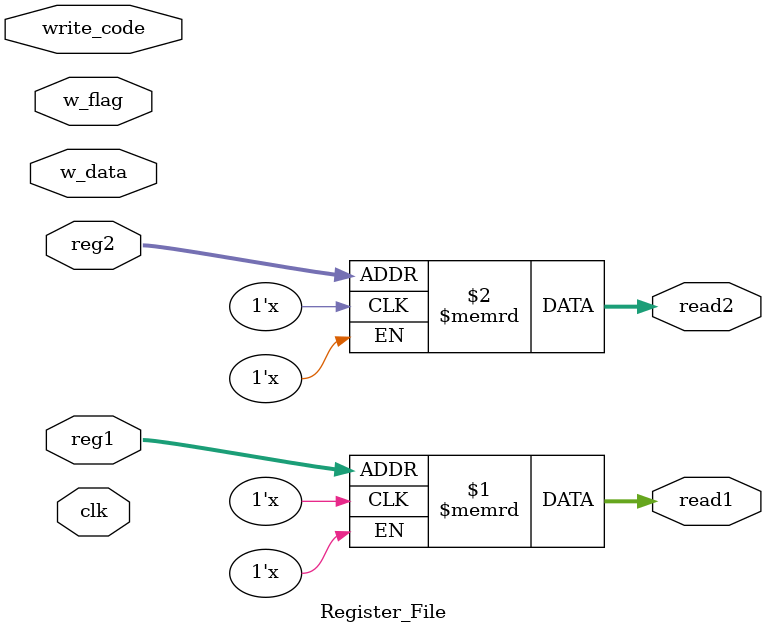
<source format=v>
`timescale 1ns / 1ps
module Register_File(reg1,reg2,write_code,w_flag,w_data,clk,read1,read2);
	input [15:0] reg1;//
	input [15:0] reg2;//
	input [15:0] write_code;
	input w_flag;//
	input [15:0] w_data;//
	input clk;//
	output [15:0] read1;
	output [15:0] read2;
	reg [15:0] ref_f[15:0];
	
	assign read1=ref_f[reg1];
	assign read2=ref_f[reg2];
	always@(posedge clk)
	begin
		
	end
	//assign ref_f[write_code]=((clk)&&(w_flag))?16'b0000000000000000:16'b0000000000000001;

endmodule

</source>
